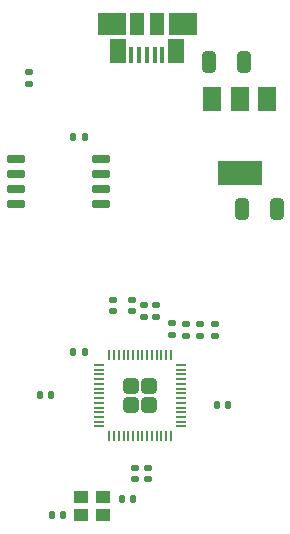
<source format=gtp>
%TF.GenerationSoftware,KiCad,Pcbnew,7.0.0-da2b9df05c~163~ubuntu20.04.1*%
%TF.CreationDate,2023-05-09T10:41:34+01:00*%
%TF.ProjectId,KiCAD_Board_3_Minimal_Full_RP2040,4b694341-445f-4426-9f61-72645f335f4d,rev?*%
%TF.SameCoordinates,Original*%
%TF.FileFunction,Paste,Top*%
%TF.FilePolarity,Positive*%
%FSLAX46Y46*%
G04 Gerber Fmt 4.6, Leading zero omitted, Abs format (unit mm)*
G04 Created by KiCad (PCBNEW 7.0.0-da2b9df05c~163~ubuntu20.04.1) date 2023-05-09 10:41:34*
%MOMM*%
%LPD*%
G01*
G04 APERTURE LIST*
G04 Aperture macros list*
%AMRoundRect*
0 Rectangle with rounded corners*
0 $1 Rounding radius*
0 $2 $3 $4 $5 $6 $7 $8 $9 X,Y pos of 4 corners*
0 Add a 4 corners polygon primitive as box body*
4,1,4,$2,$3,$4,$5,$6,$7,$8,$9,$2,$3,0*
0 Add four circle primitives for the rounded corners*
1,1,$1+$1,$2,$3*
1,1,$1+$1,$4,$5*
1,1,$1+$1,$6,$7*
1,1,$1+$1,$8,$9*
0 Add four rect primitives between the rounded corners*
20,1,$1+$1,$2,$3,$4,$5,0*
20,1,$1+$1,$4,$5,$6,$7,0*
20,1,$1+$1,$6,$7,$8,$9,0*
20,1,$1+$1,$8,$9,$2,$3,0*%
G04 Aperture macros list end*
%ADD10RoundRect,0.140000X-0.140000X-0.170000X0.140000X-0.170000X0.140000X0.170000X-0.140000X0.170000X0*%
%ADD11RoundRect,0.250000X-0.325000X-0.650000X0.325000X-0.650000X0.325000X0.650000X-0.325000X0.650000X0*%
%ADD12RoundRect,0.135000X-0.185000X0.135000X-0.185000X-0.135000X0.185000X-0.135000X0.185000X0.135000X0*%
%ADD13RoundRect,0.140000X0.170000X-0.140000X0.170000X0.140000X-0.170000X0.140000X-0.170000X-0.140000X0*%
%ADD14RoundRect,0.249999X-0.395001X-0.395001X0.395001X-0.395001X0.395001X0.395001X-0.395001X0.395001X0*%
%ADD15RoundRect,0.050000X-0.387500X-0.050000X0.387500X-0.050000X0.387500X0.050000X-0.387500X0.050000X0*%
%ADD16RoundRect,0.050000X-0.050000X-0.387500X0.050000X-0.387500X0.050000X0.387500X-0.050000X0.387500X0*%
%ADD17RoundRect,0.140000X0.140000X0.170000X-0.140000X0.170000X-0.140000X-0.170000X0.140000X-0.170000X0*%
%ADD18RoundRect,0.135000X0.185000X-0.135000X0.185000X0.135000X-0.185000X0.135000X-0.185000X-0.135000X0*%
%ADD19R,1.200000X1.100000*%
%ADD20RoundRect,0.150000X-0.650000X-0.150000X0.650000X-0.150000X0.650000X0.150000X-0.650000X0.150000X0*%
%ADD21R,0.450000X1.380000*%
%ADD22R,2.375000X1.900000*%
%ADD23R,1.475000X2.100000*%
%ADD24R,1.175000X1.900000*%
%ADD25RoundRect,0.140000X-0.170000X0.140000X-0.170000X-0.140000X0.170000X-0.140000X0.170000X0.140000X0*%
%ADD26R,1.500000X2.000000*%
%ADD27R,3.800000X2.000000*%
G04 APERTURE END LIST*
D10*
%TO.C,C1*%
X111400000Y-83370000D03*
X112360000Y-83370000D03*
%TD*%
D11*
%TO.C,C16*%
X127500000Y-57470000D03*
X130450000Y-57470000D03*
%TD*%
D12*
%TO.C,R2*%
X119200000Y-65655000D03*
X119200000Y-66675000D03*
%TD*%
D13*
%TO.C,C11*%
X122780000Y-68220000D03*
X122780000Y-67260000D03*
%TD*%
D12*
%TO.C,R1*%
X109500000Y-45930000D03*
X109500000Y-46950000D03*
%TD*%
D14*
%TO.C,U1*%
X118060000Y-72507500D03*
X118060000Y-74107500D03*
X119660000Y-72507500D03*
X119660000Y-74107500D03*
D15*
X115422500Y-70707500D03*
X115422500Y-71107500D03*
X115422500Y-71507500D03*
X115422500Y-71907500D03*
X115422500Y-72307500D03*
X115422500Y-72707500D03*
X115422500Y-73107500D03*
X115422500Y-73507500D03*
X115422500Y-73907500D03*
X115422500Y-74307500D03*
X115422500Y-74707500D03*
X115422500Y-75107500D03*
X115422500Y-75507500D03*
X115422500Y-75907500D03*
D16*
X116260000Y-76745000D03*
X116660000Y-76745000D03*
X117060000Y-76745000D03*
X117460000Y-76745000D03*
X117860000Y-76745000D03*
X118260000Y-76745000D03*
X118660000Y-76745000D03*
X119060000Y-76745000D03*
X119460000Y-76745000D03*
X119860000Y-76745000D03*
X120260000Y-76745000D03*
X120660000Y-76745000D03*
X121060000Y-76745000D03*
X121460000Y-76745000D03*
D15*
X122297500Y-75907500D03*
X122297500Y-75507500D03*
X122297500Y-75107500D03*
X122297500Y-74707500D03*
X122297500Y-74307500D03*
X122297500Y-73907500D03*
X122297500Y-73507500D03*
X122297500Y-73107500D03*
X122297500Y-72707500D03*
X122297500Y-72307500D03*
X122297500Y-71907500D03*
X122297500Y-71507500D03*
X122297500Y-71107500D03*
X122297500Y-70707500D03*
D16*
X121460000Y-69870000D03*
X121060000Y-69870000D03*
X120660000Y-69870000D03*
X120260000Y-69870000D03*
X119860000Y-69870000D03*
X119460000Y-69870000D03*
X119060000Y-69870000D03*
X118660000Y-69870000D03*
X118260000Y-69870000D03*
X117860000Y-69870000D03*
X117460000Y-69870000D03*
X117060000Y-69870000D03*
X116660000Y-69870000D03*
X116260000Y-69870000D03*
%TD*%
D13*
%TO.C,C13*%
X121550000Y-68130000D03*
X121550000Y-67170000D03*
%TD*%
D10*
%TO.C,C8*%
X125370000Y-74130000D03*
X126330000Y-74130000D03*
%TD*%
D17*
%TO.C,C2*%
X118300000Y-82090000D03*
X117340000Y-82090000D03*
%TD*%
D13*
%TO.C,C14*%
X116600000Y-66150000D03*
X116600000Y-65190000D03*
%TD*%
D18*
%TO.C,R3*%
X120200000Y-66675000D03*
X120200000Y-65655000D03*
%TD*%
D10*
%TO.C,C3*%
X113220000Y-51400000D03*
X114180000Y-51400000D03*
%TD*%
D13*
%TO.C,C5*%
X118150000Y-66175000D03*
X118150000Y-65215000D03*
%TD*%
D19*
%TO.C,Y1*%
X115719999Y-81889999D03*
X113819999Y-81889999D03*
X113819999Y-83389999D03*
X115719999Y-83389999D03*
%TD*%
D20*
%TO.C,U2*%
X108390000Y-53295000D03*
X108390000Y-54565000D03*
X108390000Y-55835000D03*
X108390000Y-57105000D03*
X115590000Y-57105000D03*
X115590000Y-55835000D03*
X115590000Y-54565000D03*
X115590000Y-53295000D03*
%TD*%
D17*
%TO.C,C4*%
X114170000Y-69600000D03*
X113210000Y-69600000D03*
%TD*%
D13*
%TO.C,C6*%
X125180000Y-68220000D03*
X125180000Y-67260000D03*
%TD*%
D17*
%TO.C,C9*%
X111350000Y-73275000D03*
X110390000Y-73275000D03*
%TD*%
D21*
%TO.C,J2*%
X120736999Y-44499999D03*
X120086999Y-44499999D03*
X119436999Y-44498999D03*
X118786999Y-44499999D03*
X118136999Y-44499999D03*
D22*
X122463999Y-41839999D03*
D23*
X121899999Y-44139999D03*
D24*
X120276999Y-41839999D03*
X118596999Y-41839999D03*
D23*
X116974999Y-44139999D03*
D22*
X116445999Y-41839999D03*
%TD*%
D11*
%TO.C,C15*%
X124685000Y-45080000D03*
X127635000Y-45080000D03*
%TD*%
D25*
%TO.C,C10*%
X118450000Y-79390000D03*
X118450000Y-80350000D03*
%TD*%
D13*
%TO.C,C7*%
X123950000Y-68220000D03*
X123950000Y-67260000D03*
%TD*%
D26*
%TO.C,U3*%
X129589999Y-48159999D03*
X127289999Y-48159999D03*
X124989999Y-48159999D03*
D27*
X127289999Y-54459999D03*
%TD*%
D25*
%TO.C,C12*%
X119570000Y-79390000D03*
X119570000Y-80350000D03*
%TD*%
M02*

</source>
